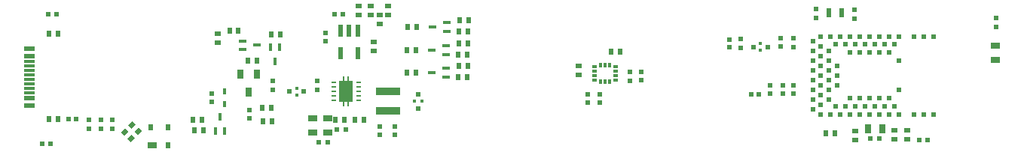
<source format=gbr>
G04 EAGLE Gerber RS-274X export*
G75*
%MOMM*%
%FSLAX34Y34*%
%LPD*%
%INSolderpaste Top*%
%IPPOS*%
%AMOC8*
5,1,8,0,0,1.08239X$1,22.5*%
G01*
G04 Define Apertures*
%ADD10R,0.629100X0.560000*%
%ADD11R,0.560000X0.629100*%
%ADD12R,0.600000X0.600000*%
%ADD13R,0.400000X0.400000*%
%ADD14R,0.420000X0.640000*%
%ADD15R,0.600000X0.540000*%
%ADD16R,0.540000X0.600000*%
%ADD17R,2.811800X0.911800*%
%ADD18R,0.650000X1.100000*%
%ADD19R,0.900000X0.400000*%
%ADD20R,0.400000X0.900000*%
%ADD21R,0.535100X0.644000*%
%ADD22R,0.644000X0.535100*%
%ADD23R,0.798700X0.973900*%
%ADD24R,0.973900X0.798700*%
%ADD25R,0.500000X0.500000*%
%ADD26R,0.600000X1.100000*%
%ADD27R,0.600000X1.400000*%
%ADD28R,0.600000X0.240000*%
%ADD29R,1.650000X2.400000*%
%ADD30R,0.250000X0.500000*%
%ADD31R,1.150000X0.600000*%
%ADD32R,1.150000X0.300000*%
%ADD33R,0.610000X0.350000*%
%ADD34R,0.350000X0.610000*%
%ADD35R,0.902050X0.602209*%
%ADD36R,0.499291X0.601319*%
%ADD37R,0.498628X0.598628*%
%ADD38R,0.502150X0.598750*%
%ADD39R,1.000000X0.700000*%
%ADD40R,0.600000X0.700000*%
D10*
X988200Y160254D03*
X988200Y169946D03*
X944700Y161054D03*
X944700Y170746D03*
X905500Y138146D03*
X905500Y128454D03*
X454500Y28754D03*
X454500Y38446D03*
X471500Y28654D03*
X471500Y38346D03*
X893300Y85046D03*
X893300Y75354D03*
X266300Y66154D03*
X266300Y75846D03*
X334300Y89646D03*
X334300Y79954D03*
X919800Y138046D03*
X919800Y128354D03*
D11*
X1015946Y24700D03*
X1006254Y24700D03*
D10*
X141900Y35754D03*
X141900Y45446D03*
X384900Y89546D03*
X384900Y79854D03*
X127700Y35954D03*
X127700Y45646D03*
X919900Y85146D03*
X919900Y75454D03*
D12*
X874800Y128200D03*
X890800Y128200D03*
D13*
X882800Y132200D03*
X882800Y124200D03*
D10*
X860094Y137140D03*
X860094Y127448D03*
D11*
X1070646Y23000D03*
X1060954Y23000D03*
D10*
X908100Y84946D03*
X908100Y75254D03*
X154400Y35954D03*
X154400Y45646D03*
D12*
X353400Y77600D03*
X369400Y77600D03*
D13*
X361400Y81600D03*
X361400Y73600D03*
D12*
X498100Y58600D03*
X498100Y74600D03*
D13*
X494100Y66600D03*
X502100Y66600D03*
D14*
X280100Y78200D03*
X280100Y63200D03*
D15*
X847900Y127974D03*
X847900Y136614D03*
D16*
X880820Y74900D03*
X872180Y74900D03*
X105080Y46900D03*
X113720Y46900D03*
D17*
X464500Y78000D03*
X464500Y56000D03*
D18*
X317100Y97800D03*
X297900Y97800D03*
X307500Y76800D03*
D19*
X529000Y119500D03*
X529000Y129500D03*
X513000Y124500D03*
X530000Y145500D03*
X530000Y155500D03*
X514000Y150500D03*
X529000Y94000D03*
X529000Y104000D03*
X513000Y99000D03*
D20*
X270400Y33500D03*
X280400Y33500D03*
X275400Y49500D03*
X342100Y128000D03*
X332100Y128000D03*
X337100Y112000D03*
D19*
X301000Y135100D03*
X301000Y125100D03*
X317000Y130100D03*
D21*
X333975Y44100D03*
X323825Y44100D03*
X553075Y93900D03*
X542925Y93900D03*
X554075Y145400D03*
X543925Y145400D03*
D22*
X1047900Y23825D03*
X1047900Y33975D03*
X1032900Y24025D03*
X1032900Y34175D03*
X989200Y23225D03*
X989200Y33375D03*
D21*
X544825Y158000D03*
X554975Y158000D03*
X543825Y132500D03*
X553975Y132500D03*
X543825Y106900D03*
X553975Y106900D03*
X255175Y46100D03*
X245025Y46100D03*
X956325Y30900D03*
X966475Y30900D03*
D23*
X1003348Y35800D03*
X1019652Y35800D03*
D21*
X496075Y150700D03*
X485925Y150700D03*
X495075Y124400D03*
X484925Y124400D03*
X495075Y99200D03*
X484925Y99200D03*
X246225Y33600D03*
X256375Y33600D03*
X316975Y112300D03*
X306825Y112300D03*
D24*
X1146600Y129552D03*
X1146600Y113248D03*
D21*
G36*
X167826Y27921D02*
X164043Y31704D01*
X168596Y36257D01*
X172379Y32474D01*
X167826Y27921D01*
G37*
G36*
X175004Y20743D02*
X171221Y24526D01*
X175774Y29079D01*
X179557Y25296D01*
X175004Y20743D01*
G37*
X553075Y119400D03*
X542925Y119400D03*
G36*
X175808Y35921D02*
X172025Y39704D01*
X176578Y44257D01*
X180361Y40474D01*
X175808Y35921D01*
G37*
G36*
X182986Y28743D02*
X179203Y32526D01*
X183756Y37079D01*
X187539Y33296D01*
X182986Y28743D01*
G37*
D22*
X464200Y164525D03*
X464200Y174675D03*
D25*
X1038500Y140000D03*
X1033000Y131000D03*
X1027500Y140000D03*
X1022000Y131000D03*
X1016500Y140000D03*
X1011000Y131000D03*
X1005500Y140000D03*
X1000000Y131000D03*
X994500Y140000D03*
X989000Y131000D03*
X983500Y140000D03*
X978000Y131000D03*
X972500Y140000D03*
X967000Y131000D03*
X961500Y140000D03*
X950500Y140000D03*
X950500Y129000D03*
X959500Y123500D03*
X950500Y118000D03*
X959500Y112500D03*
X950500Y107000D03*
X959500Y101500D03*
X950500Y96000D03*
X959500Y90500D03*
X950500Y85000D03*
X959500Y79500D03*
X950500Y74000D03*
X959500Y68500D03*
X950500Y63000D03*
X950500Y52000D03*
X961500Y52000D03*
X967000Y61000D03*
X972500Y52000D03*
X978000Y61000D03*
X983500Y52000D03*
X989000Y61000D03*
X994500Y52000D03*
X1000000Y61000D03*
X1005500Y52000D03*
X1011000Y61000D03*
X1016500Y52000D03*
X1022000Y61000D03*
X1027500Y52000D03*
X1033000Y61000D03*
X1038500Y52000D03*
X1038500Y79500D03*
X1038500Y112500D03*
X1027500Y122000D03*
X1016500Y122000D03*
X1005500Y122000D03*
X994500Y122000D03*
X983500Y122000D03*
X968500Y107000D03*
X968500Y96000D03*
X968500Y85000D03*
X983500Y70000D03*
X994500Y70000D03*
X1005500Y70000D03*
X1016500Y70000D03*
X1027500Y70000D03*
X941500Y134500D03*
X941500Y123500D03*
X941500Y112500D03*
X941500Y101500D03*
X941500Y90500D03*
X941500Y79500D03*
X941500Y68500D03*
X941500Y57500D03*
X1055000Y52000D03*
X1066000Y52000D03*
X1077000Y52000D03*
X1077000Y140000D03*
X1066000Y140000D03*
X1055000Y140000D03*
D26*
X959600Y167000D03*
X973600Y167000D03*
D22*
X448000Y123425D03*
X448000Y133575D03*
D11*
X413346Y165000D03*
X403654Y165000D03*
D10*
X393500Y134654D03*
X393500Y144346D03*
D27*
X430000Y146500D03*
X420500Y146500D03*
X411000Y146500D03*
X411000Y121500D03*
X430000Y121500D03*
D28*
X403000Y88000D03*
X403000Y83000D03*
X403000Y78000D03*
X403000Y73000D03*
X403000Y68000D03*
X431000Y68000D03*
X431000Y73000D03*
X431000Y78000D03*
X431000Y83000D03*
X431000Y88000D03*
D29*
X417000Y78000D03*
D30*
X414500Y63500D03*
X419500Y63500D03*
X419500Y92500D03*
X414500Y92500D03*
D11*
X406654Y34500D03*
X416346Y34500D03*
X386654Y20000D03*
X396346Y20000D03*
D24*
X396000Y47652D03*
X396000Y31348D03*
X379500Y31348D03*
X379500Y47652D03*
D22*
X444500Y164425D03*
X444500Y174575D03*
X431000Y174575D03*
X431000Y164425D03*
X454500Y153925D03*
X454500Y164075D03*
D21*
X322925Y59000D03*
X333075Y59000D03*
D31*
X61266Y126000D03*
X61266Y62000D03*
X61266Y118000D03*
X61266Y70000D03*
D32*
X61266Y91500D03*
X61266Y96500D03*
X61266Y86500D03*
X61266Y81500D03*
X61266Y76500D03*
X61266Y101500D03*
X61266Y106500D03*
X61266Y111500D03*
D21*
X93575Y47000D03*
X83425Y47000D03*
X93575Y143500D03*
X83425Y143500D03*
D33*
X696400Y106000D03*
X696400Y101000D03*
X696400Y96000D03*
X696400Y91000D03*
D34*
X703000Y89400D03*
X708000Y89400D03*
X713000Y89400D03*
D33*
X719600Y91000D03*
X719600Y96000D03*
X719600Y101000D03*
X719600Y106000D03*
D34*
X713000Y107600D03*
X708000Y107600D03*
X703000Y107600D03*
D10*
X702000Y65154D03*
X702000Y74846D03*
X688500Y74846D03*
X688500Y65154D03*
X748500Y100346D03*
X748500Y90654D03*
X736000Y90154D03*
X736000Y99846D03*
D21*
X296075Y146500D03*
X285925Y146500D03*
D22*
X272500Y132925D03*
X272500Y143075D03*
D21*
X332925Y142000D03*
X343075Y142000D03*
X404925Y45500D03*
X415075Y45500D03*
X426925Y46000D03*
X437075Y46000D03*
X714925Y122500D03*
X725075Y122500D03*
D22*
X678000Y96925D03*
X678000Y107075D03*
D35*
X199490Y16989D03*
D36*
X216504Y16993D03*
D37*
X216507Y37007D03*
D38*
X197489Y37006D03*
D39*
X199500Y17000D03*
D40*
X216500Y17000D03*
X216500Y37000D03*
X197500Y37000D03*
D10*
X1147000Y151154D03*
X1147000Y160846D03*
X308000Y47154D03*
X308000Y56846D03*
D11*
X85040Y19000D03*
X75348Y19000D03*
X82154Y165000D03*
X91846Y165000D03*
M02*

</source>
